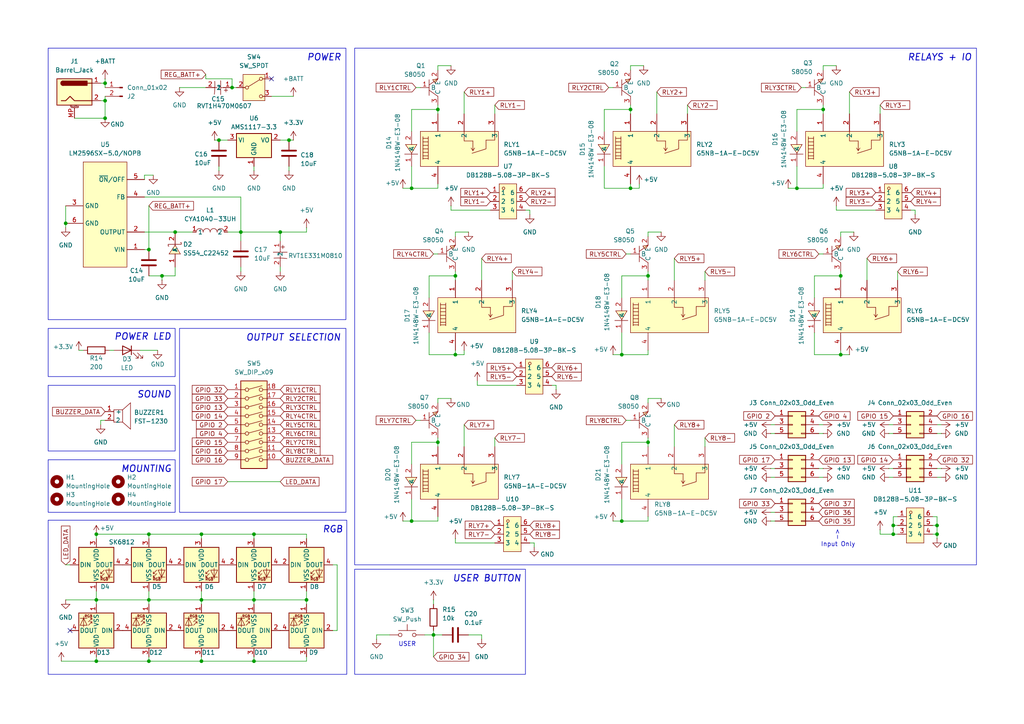
<source format=kicad_sch>
(kicad_sch (version 20250114) (generator "eeschema") (generator_version "9.0")
  (paper "A4")
  (title_block (title "Nif-T Power and IO") (date "2025-11-28") (company "Logan Peterson"))
  (rectangle (start 13.97 13.97) (end 100.33 92.71))
  (rectangle (start 13.97 150.876) (end 100.584 195.58))
  (rectangle (start 102.87 13.97) (end 283.21 163.83))
  (rectangle (start 52.07 95.25) (end 100.33 148.59))
  (rectangle (start 13.97 95.25) (end 50.8 109.22))
  (rectangle (start 13.97 111.76) (end 50.8 130.81))
  (rectangle (start 102.87 165.1) (end 152.4 195.58))
  (rectangle (start 13.97 133.35) (end 50.8 148.59))
  (text "POWER LED" (at 41.402 97.79 0) (effects (font (size 1.905 1.905) (thickness 0.254) (bold yes) (italic yes))))
  (text "OUTPUT SELECTION\n" (at 85.09 98.044 0) (effects (font (size 1.905 1.905) (thickness 0.254) (bold yes) (italic yes))))
  (text "SOUND\n" (at 44.704 114.554 0) (effects (font (size 1.905 1.905) (thickness 0.254) (bold yes) (italic yes))))
  (text "RELAYS + IO" (at 272.542 16.764 0) (effects (font (size 1.905 1.905) (thickness 0.254) (bold yes) (italic yes))))
  (text "USER" (at 118.11 186.944 0) (effects (font (size 1.27 1.27))))
  (text "RGB" (at 96.52 153.67 0) (effects (font (size 1.905 1.905) (thickness 0.254) (bold yes) (italic yes))))
  (text "USER BUTTON" (at 141.224 167.894 0) (effects (font (size 1.905 1.905) (thickness 0.254) (bold yes) (italic yes))))
  (text "MOUNTING" (at 42.418 136.144 0) (effects (font (size 1.905 1.905) (thickness 0.254) (bold yes) (italic yes))))
  (text "POWER\n" (at 93.98 16.764 0) (effects (font (size 1.905 1.905) (thickness 0.254) (bold yes) (italic yes))))
  (text "Input Only" (at 243.078 157.988 0) (effects (font (size 1.27 1.27))))
  (text "->" (at 242.824 155.194 90) (effects (font (size 1.27 1.27))))
  (junction (at 119.38 151.13))
  (junction (at 231.14 54.61))
  (junction (at 73.66 154.94))
  (junction (at 69.85 67.31))
  (junction (at 187.96 80.01))
  (junction (at 43.18 191.77))
  (junction (at 58.42 154.94))
  (junction (at 259.08 152.4))
  (junction (at 127 128.27))
  (junction (at 43.18 173.99))
  (junction (at 238.76 31.75))
  (junction (at 81.28 67.31))
  (junction (at 58.42 191.77))
  (junction (at 30.48 24.13))
  (junction (at 19.05 64.77))
  (junction (at 27.94 173.99))
  (junction (at 132.08 80.01))
  (junction (at 30.48 34.29))
  (junction (at 182.88 31.75))
  (junction (at 127 31.75))
  (junction (at 27.94 154.94))
  (junction (at 46.99 80.01))
  (junction (at 27.94 191.77))
  (junction (at 180.34 102.87))
  (junction (at 119.38 54.61))
  (junction (at 30.48 29.21))
  (junction (at 125.73 184.15))
  (junction (at 259.08 154.94))
  (junction (at 73.66 173.99))
  (junction (at 50.8 67.31))
  (junction (at 88.9 173.99))
  (junction (at 67.31 25.4))
  (junction (at 83.82 40.64))
  (junction (at 187.96 128.27))
  (junction (at 243.84 102.87))
  (junction (at 43.18 154.94))
  (junction (at 180.34 151.13))
  (junction (at 182.88 54.61))
  (junction (at 132.08 102.87))
  (junction (at 271.78 152.4))
  (junction (at 243.84 80.01))
  (junction (at 63.5 40.64))
  (junction (at 73.66 191.77))
  (junction (at 43.18 72.39))
  (junction (at 271.78 154.94))
  (junction (at 58.42 173.99))
  (no_connect (at 78.74 22.86))
  (no_connect (at 20.32 182.88))
  (wire (pts (xy 120.65 121.92) (xy 121.92 121.92)))
  (wire (pts (xy 67.31 22.86) (xy 67.31 25.4)))
  (wire (pts (xy 243.84 67.31) (xy 243.84 68.58)))
  (wire (pts (xy 88.9 67.31) (xy 88.9 66.04)))
  (wire (pts (xy 271.78 149.86) (xy 271.78 152.4)))
  (wire (pts (xy 243.84 102.87) (xy 243.84 101.6)))
  (wire (pts (xy 119.38 48.26) (xy 119.38 54.61)))
  (wire (pts (xy 257.81 135.89) (xy 259.08 135.89)))
  (wire (pts (xy 187.96 67.31) (xy 187.96 68.58)))
  (wire (pts (xy 66.04 139.7) (xy 81.28 139.7)))
  (wire (pts (xy 62.23 40.64) (xy 63.5 40.64)))
  (wire (pts (xy 273.05 138.43) (xy 271.78 138.43)))
  (wire (pts (xy 259.08 152.4) (xy 259.08 154.94)))
  (wire (pts (xy 154.94 158.75) (xy 154.94 157.48)))
  (wire (pts (xy 236.22 80.01) (xy 243.84 80.01)))
  (wire (pts (xy 238.76 31.75) (xy 238.76 33.02)))
  (wire (pts (xy 41.91 50.8) (xy 41.91 52.07)))
  (wire (pts (xy 30.48 27.94) (xy 30.48 29.21)))
  (wire (pts (xy 27.94 171.45) (xy 27.94 173.99)))
  (wire (pts (xy 273.05 125.73) (xy 271.78 125.73)))
  (wire (pts (xy 238.76 123.19) (xy 237.49 123.19)))
  (wire (pts (xy 119.38 31.75) (xy 127 31.75)))
  (wire (pts (xy 175.26 38.1) (xy 175.26 31.75)))
  (wire (pts (xy 185.42 53.34) (xy 185.42 54.61)))
  (wire (pts (xy 119.38 38.1) (xy 119.38 31.75)))
  (wire (pts (xy 29.21 121.92) (xy 30.48 121.92)))
  (wire (pts (xy 30.48 29.21) (xy 29.21 29.21)))
  (wire (pts (xy 271.78 156.21) (xy 271.78 154.94)))
  (wire (pts (xy 19.05 64.77) (xy 19.05 66.04)))
  (wire (pts (xy 125.73 190.5) (xy 125.73 184.15)))
  (wire (pts (xy 127 54.61) (xy 127 53.34)))
  (wire (pts (xy 69.85 67.31) (xy 69.85 69.85)))
  (wire (pts (xy 231.14 48.26) (xy 231.14 54.61)))
  (wire (pts (xy 46.99 80.01) (xy 50.8 80.01)))
  (wire (pts (xy 127 31.75) (xy 127 33.02)))
  (wire (pts (xy 175.26 31.75) (xy 182.88 31.75)))
  (wire (pts (xy 134.62 26.67) (xy 134.62 33.02)))
  (wire (pts (xy 143.51 127) (xy 143.51 129.54)))
  (wire (pts (xy 223.52 148.59) (xy 224.79 148.59)))
  (wire (pts (xy 182.88 19.05) (xy 186.69 19.05)))
  (wire (pts (xy 243.84 67.31) (xy 247.65 67.31)))
  (wire (pts (xy 58.42 173.99) (xy 58.42 175.26)))
  (wire (pts (xy 257.81 125.73) (xy 259.08 125.73)))
  (wire (pts (xy 81.28 67.31) (xy 81.28 69.85)))
  (wire (pts (xy 259.08 154.94) (xy 255.27 154.94)))
  (wire (pts (xy 73.66 173.99) (xy 88.9 173.99)))
  (wire (pts (xy 199.39 30.48) (xy 199.39 33.02)))
  (wire (pts (xy 30.48 24.13) (xy 30.48 25.4)))
  (wire (pts (xy 238.76 19.05) (xy 242.57 19.05)))
  (wire (pts (xy 58.42 191.77) (xy 73.66 191.77)))
  (wire (pts (xy 153.67 60.96) (xy 152.4 60.96)))
  (wire (pts (xy 161.29 111.76) (xy 160.02 111.76)))
  (wire (pts (xy 255.27 30.48) (xy 255.27 33.02)))
  (wire (pts (xy 67.31 25.4) (xy 68.58 25.4)))
  (wire (pts (xy 43.18 154.94) (xy 58.42 154.94)))
  (wire (pts (xy 238.76 19.05) (xy 238.76 20.32)))
  (wire (pts (xy 20.32 163.83) (xy 19.05 163.83)))
  (wire (pts (xy 185.42 54.61) (xy 182.88 54.61)))
  (wire (pts (xy 88.9 173.99) (xy 88.9 171.45)))
  (wire (pts (xy 132.08 67.31) (xy 132.08 68.58)))
  (wire (pts (xy 85.09 40.64) (xy 83.82 40.64)))
  (wire (pts (xy 58.42 154.94) (xy 58.42 156.21)))
  (wire (pts (xy 154.94 157.48) (xy 153.67 157.48)))
  (wire (pts (xy 138.43 111.76) (xy 138.43 110.49)))
  (wire (pts (xy 223.52 123.19) (xy 224.79 123.19)))
  (wire (pts (xy 88.9 154.94) (xy 88.9 156.21)))
  (wire (pts (xy 187.96 78.74) (xy 187.96 80.01)))
  (wire (pts (xy 223.52 151.13) (xy 224.79 151.13)))
  (wire (pts (xy 238.76 125.73) (xy 237.49 125.73)))
  (wire (pts (xy 176.53 25.4) (xy 177.8 25.4)))
  (wire (pts (xy 236.22 102.87) (xy 243.84 102.87)))
  (wire (pts (xy 259.08 152.4) (xy 260.35 152.4)))
  (wire (pts (xy 109.22 184.15) (xy 109.22 185.42)))
  (wire (pts (xy 43.18 59.69) (xy 43.18 72.39)))
  (wire (pts (xy 265.43 60.96) (xy 264.16 60.96)))
  (wire (pts (xy 232.41 25.4) (xy 233.68 25.4)))
  (wire (pts (xy 127 115.57) (xy 130.81 115.57)))
  (wire (pts (xy 81.28 67.31) (xy 88.9 67.31)))
  (wire (pts (xy 63.5 48.26) (xy 63.5 49.53)))
  (wire (pts (xy 238.76 135.89) (xy 237.49 135.89)))
  (wire (pts (xy 43.18 173.99) (xy 43.18 175.26)))
  (wire (pts (xy 175.26 54.61) (xy 182.88 54.61)))
  (wire (pts (xy 153.67 62.23) (xy 153.67 60.96)))
  (wire (pts (xy 81.28 40.64) (xy 83.82 40.64)))
  (wire (pts (xy 125.73 173.99) (xy 125.73 175.26)))
  (wire (pts (xy 45.72 101.6) (xy 40.64 101.6)))
  (wire (pts (xy 180.34 144.78) (xy 180.34 151.13)))
  (wire (pts (xy 130.81 60.96) (xy 130.81 59.69)))
  (wire (pts (xy 180.34 86.36) (xy 180.34 80.01)))
  (wire (pts (xy 119.38 134.62) (xy 119.38 128.27)))
  (wire (pts (xy 182.88 19.05) (xy 182.88 20.32)))
  (wire (pts (xy 41.91 50.8) (xy 44.45 50.8)))
  (wire (pts (xy 127 19.05) (xy 127 20.32)))
  (wire (pts (xy 43.18 191.77) (xy 27.94 191.77)))
  (wire (pts (xy 85.09 27.94) (xy 78.74 27.94)))
  (wire (pts (xy 273.05 135.89) (xy 271.78 135.89)))
  (wire (pts (xy 96.52 163.83) (xy 97.79 163.83)))
  (wire (pts (xy 236.22 86.36) (xy 236.22 80.01)))
  (wire (pts (xy 31.75 101.6) (xy 33.02 101.6)))
  (wire (pts (xy 231.14 38.1) (xy 231.14 31.75)))
  (wire (pts (xy 27.94 173.99) (xy 27.94 175.26)))
  (wire (pts (xy 242.57 60.96) (xy 242.57 59.69)))
  (wire (pts (xy 237.49 73.66) (xy 238.76 73.66)))
  (wire (pts (xy 182.88 54.61) (xy 182.88 53.34)))
  (wire (pts (xy 128.27 184.15) (xy 125.73 184.15)))
  (wire (pts (xy 177.8 102.87) (xy 180.34 102.87)))
  (wire (pts (xy 52.07 25.4) (xy 59.69 25.4)))
  (wire (pts (xy 127 128.27) (xy 127 129.54)))
  (wire (pts (xy 187.96 115.57) (xy 187.96 116.84)))
  (wire (pts (xy 50.8 77.47) (xy 50.8 80.01)))
  (wire (pts (xy 73.66 171.45) (xy 73.66 173.99)))
  (wire (pts (xy 81.28 78.74) (xy 81.28 77.47)))
  (wire (pts (xy 177.8 151.13) (xy 180.34 151.13)))
  (wire (pts (xy 127 19.05) (xy 130.81 19.05)))
  (wire (pts (xy 43.18 171.45) (xy 43.18 173.99)))
  (wire (pts (xy 59.69 22.86) (xy 67.31 22.86)))
  (wire (pts (xy 187.96 127) (xy 187.96 128.27)))
  (wire (pts (xy 236.22 96.52) (xy 236.22 102.87)))
  (wire (pts (xy 243.84 78.74) (xy 243.84 80.01)))
  (wire (pts (xy 139.7 184.15) (xy 135.89 184.15)))
  (wire (pts (xy 181.61 73.66) (xy 182.88 73.66)))
  (wire (pts (xy 195.58 123.19) (xy 195.58 129.54)))
  (wire (pts (xy 73.66 49.53) (xy 73.66 48.26)))
  (wire (pts (xy 17.78 191.77) (xy 27.94 191.77)))
  (wire (pts (xy 187.96 67.31) (xy 191.77 67.31)))
  (wire (pts (xy 123.19 184.15) (xy 125.73 184.15)))
  (wire (pts (xy 43.18 173.99) (xy 58.42 173.99)))
  (wire (pts (xy 69.85 78.74) (xy 69.85 77.47)))
  (wire (pts (xy 127 30.48) (xy 127 31.75)))
  (wire (pts (xy 119.38 151.13) (xy 127 151.13)))
  (wire (pts (xy 134.62 123.19) (xy 134.62 129.54)))
  (wire (pts (xy 204.47 127) (xy 204.47 129.54)))
  (wire (pts (xy 124.46 96.52) (xy 124.46 102.87)))
  (wire (pts (xy 27.94 173.99) (xy 43.18 173.99)))
  (wire (pts (xy 109.22 184.15) (xy 113.03 184.15)))
  (wire (pts (xy 260.35 149.86) (xy 259.08 149.86)))
  (wire (pts (xy 187.96 128.27) (xy 187.96 129.54)))
  (wire (pts (xy 265.43 62.23) (xy 265.43 60.96)))
  (wire (pts (xy 83.82 49.53) (xy 83.82 48.26)))
  (wire (pts (xy 73.66 173.99) (xy 73.66 175.26)))
  (wire (pts (xy 223.52 125.73) (xy 224.79 125.73)))
  (wire (pts (xy 231.14 31.75) (xy 238.76 31.75)))
  (wire (pts (xy 260.35 78.74) (xy 260.35 81.28)))
  (wire (pts (xy 41.91 72.39) (xy 43.18 72.39)))
  (wire (pts (xy 238.76 138.43) (xy 237.49 138.43)))
  (wire (pts (xy 88.9 191.77) (xy 88.9 190.5)))
  (wire (pts (xy 243.84 102.87) (xy 246.38 102.87)))
  (wire (pts (xy 43.18 191.77) (xy 58.42 191.77)))
  (wire (pts (xy 119.38 128.27) (xy 127 128.27)))
  (wire (pts (xy 254 60.96) (xy 242.57 60.96)))
  (wire (pts (xy 124.46 86.36) (xy 124.46 80.01)))
  (wire (pts (xy 58.42 191.77) (xy 58.42 190.5)))
  (wire (pts (xy 29.21 24.13) (xy 30.48 24.13)))
  (wire (pts (xy 124.46 80.01) (xy 132.08 80.01)))
  (wire (pts (xy 181.61 121.92) (xy 182.88 121.92)))
  (wire (pts (xy 223.52 135.89) (xy 224.79 135.89)))
  (wire (pts (xy 255.27 154.94) (xy 255.27 153.67)))
  (wire (pts (xy 30.48 24.13) (xy 30.48 22.86)))
  (wire (pts (xy 180.34 134.62) (xy 180.34 128.27)))
  (wire (pts (xy 69.85 57.15) (xy 69.85 67.31)))
  (wire (pts (xy 190.5 26.67) (xy 190.5 33.02)))
  (wire (pts (xy 270.51 152.4) (xy 271.78 152.4)))
  (wire (pts (xy 259.08 149.86) (xy 259.08 152.4)))
  (wire (pts (xy 19.05 59.69) (xy 19.05 64.77)))
  (wire (pts (xy 180.34 96.52) (xy 180.34 102.87)))
  (wire (pts (xy 132.08 80.01) (xy 132.08 81.28)))
  (wire (pts (xy 73.66 191.77) (xy 88.9 191.77)))
  (wire (pts (xy 58.42 154.94) (xy 73.66 154.94)))
  (wire (pts (xy 132.08 102.87) (xy 132.08 101.6)))
  (wire (pts (xy 238.76 54.61) (xy 238.76 53.34)))
  (wire (pts (xy 27.94 191.77) (xy 27.94 190.5)))
  (wire (pts (xy 134.62 102.87) (xy 134.62 101.6)))
  (wire (pts (xy 223.52 138.43) (xy 224.79 138.43)))
  (wire (pts (xy 41.91 57.15) (xy 69.85 57.15)))
  (wire (pts (xy 58.42 171.45) (xy 58.42 173.99)))
  (wire (pts (xy 273.05 123.19) (xy 271.78 123.19)))
  (wire (pts (xy 127 127) (xy 127 128.27)))
  (wire (pts (xy 119.38 54.61) (xy 127 54.61)))
  (wire (pts (xy 125.73 73.66) (xy 127 73.66)))
  (wire (pts (xy 251.46 74.93) (xy 251.46 81.28)))
  (wire (pts (xy 30.48 29.21) (xy 30.48 34.29)))
  (wire (pts (xy 243.84 80.01) (xy 243.84 81.28)))
  (wire (pts (xy 46.99 81.28) (xy 46.99 80.01)))
  (wire (pts (xy 182.88 30.48) (xy 182.88 31.75)))
  (wire (pts (xy 257.81 123.19) (xy 259.08 123.19)))
  (wire (pts (xy 175.26 48.26) (xy 175.26 54.61)))
  (wire (pts (xy 127 115.57) (xy 127 116.84)))
  (wire (pts (xy 27.94 156.21) (xy 27.94 154.94)))
  (wire (pts (xy 143.51 157.48) (xy 132.08 157.48)))
  (wire (pts (xy 124.46 102.87) (xy 132.08 102.87)))
  (wire (pts (xy 21.59 34.29) (xy 30.48 34.29)))
  (wire (pts (xy 187.96 151.13) (xy 187.96 149.86)))
  (wire (pts (xy 24.13 101.6) (xy 22.86 101.6)))
  (wire (pts (xy 139.7 74.93) (xy 139.7 81.28)))
  (wire (pts (xy 43.18 154.94) (xy 43.18 156.21)))
  (wire (pts (xy 231.14 54.61) (xy 238.76 54.61)))
  (wire (pts (xy 43.18 190.5) (xy 43.18 191.77)))
  (wire (pts (xy 69.85 67.31) (xy 81.28 67.31)))
  (wire (pts (xy 271.78 149.86) (xy 270.51 149.86)))
  (wire (pts (xy 125.73 182.88) (xy 125.73 184.15)))
  (wire (pts (xy 204.47 78.74) (xy 204.47 81.28)))
  (wire (pts (xy 195.58 74.93) (xy 195.58 81.28)))
  (wire (pts (xy 238.76 30.48) (xy 238.76 31.75)))
  (wire (pts (xy 59.69 21.59) (xy 59.69 22.86)))
  (wire (pts (xy 97.79 163.83) (xy 97.79 182.88)))
  (wire (pts (xy 73.66 154.94) (xy 73.66 156.21)))
  (wire (pts (xy 161.29 113.03) (xy 161.29 111.76)))
  (wire (pts (xy 66.04 67.31) (xy 69.85 67.31)))
  (wire (pts (xy 271.78 154.94) (xy 270.51 154.94)))
  (wire (pts (xy 187.96 80.01) (xy 187.96 81.28)))
  (wire (pts (xy 132.08 78.74) (xy 132.08 80.01)))
  (wire (pts (xy 143.51 30.48) (xy 143.51 33.02)))
  (wire (pts (xy 127 151.13) (xy 127 149.86)))
  (wire (pts (xy 58.42 173.99) (xy 73.66 173.99)))
  (wire (pts (xy 41.91 67.31) (xy 50.8 67.31)))
  (wire (pts (xy 139.7 185.42) (xy 139.7 184.15)))
  (wire (pts (xy 187.96 115.57) (xy 191.77 115.57)))
  (wire (pts (xy 260.35 154.94) (xy 259.08 154.94)))
  (wire (pts (xy 50.8 67.31) (xy 55.88 67.31)))
  (wire (pts (xy 142.24 60.96) (xy 130.81 60.96)))
  (wire (pts (xy 27.94 154.94) (xy 43.18 154.94)))
  (wire (pts (xy 180.34 151.13) (xy 187.96 151.13)))
  (wire (pts (xy 228.6 54.61) (xy 231.14 54.61)))
  (wire (pts (xy 63.5 40.64) (xy 66.04 40.64)))
  (wire (pts (xy 120.65 25.4) (xy 121.92 25.4)))
  (wire (pts (xy 132.08 67.31) (xy 135.89 67.31)))
  (wire (pts (xy 180.34 80.01) (xy 187.96 80.01)))
  (wire (pts (xy 182.88 31.75) (xy 182.88 33.02)))
  (wire (pts (xy 73.66 154.94) (xy 88.9 154.94)))
  (wire (pts (xy 73.66 191.77) (xy 73.66 190.5)))
  (wire (pts (xy 43.18 80.01) (xy 46.99 80.01)))
  (wire (pts (xy 132.08 157.48) (xy 132.08 156.21)))
  (wire (pts (xy 132.08 102.87) (xy 134.62 102.87)))
  (wire (pts (xy 180.34 102.87) (xy 187.96 102.87)))
  (wire (pts (xy 180.34 128.27) (xy 187.96 128.27)))
  (wire (pts (xy 187.96 102.87) (xy 187.96 101.6)))
  (wire (pts (xy 119.38 144.78) (xy 119.38 151.13)))
  (wire (pts (xy 246.38 26.67) (xy 246.38 33.02)))
  (wire (pts (xy 149.86 111.76) (xy 138.43 111.76)))
  (wire (pts (xy 96.52 182.88) (xy 97.79 182.88)))
  (wire (pts (xy 88.9 173.99) (xy 88.9 175.26)))
  (wire (pts (xy 257.81 138.43) (xy 259.08 138.43)))
  (wire (pts (xy 29.21 123.19) (xy 29.21 121.92)))
  (wire (pts (xy 19.05 173.99) (xy 27.94 173.99)))
  (wire (pts (xy 116.84 151.13) (xy 119.38 151.13)))
  (wire (pts (xy 271.78 152.4) (xy 271.78 154.94)))
  (wire (pts (xy 116.84 54.61) (xy 119.38 54.61)))
  (wire (pts (xy 148.59 78.74) (xy 148.59 81.28)))
  (global_label "RLY7+" (shape input) (at 143.51 152.4 180) (property "Intersheetrefs" "${INTERSHEET_REFS}" (effects (hide yes))))
  (global_label "RLY2+" (shape input) (at 190.5 26.67 0) (property "Intersheetrefs" "${INTERSHEET_REFS}" (effects (hide yes))))
  (global_label "RLY8-" (shape input) (at 153.67 154.94 0) (property "Intersheetrefs" "${INTERSHEET_REFS}" (effects (hide yes))))
  (global_label "GPIO 37" (shape input) (at 237.49 146.05 0) (property "Intersheetrefs" "${INTERSHEET_REFS}" (effects (hide yes))))
  (global_label "GPIO 15" (shape input) (at 66.04 128.27 180) (property "Intersheetrefs" "${INTERSHEET_REFS}" (effects (hide yes))))
  (global_label "GPIO 33" (shape input) (at 224.79 146.05 180) (property "Intersheetrefs" "${INTERSHEET_REFS}" (effects (hide yes))))
  (global_label "GPIO 14" (shape input) (at 259.08 133.35 180) (property "Intersheetrefs" "${INTERSHEET_REFS}" (effects (hide yes))))
  (global_label "RLY5-" (shape input) (at 204.47 78.74 0) (property "Intersheetrefs" "${INTERSHEET_REFS}" (effects (hide yes))))
  (global_label "GPIO 2" (shape input) (at 66.04 123.19 180) (property "Intersheetrefs" "${INTERSHEET_REFS}" (effects (hide yes))))
  (global_label "GPIO 15" (shape input) (at 259.08 120.65 180) (property "Intersheetrefs" "${INTERSHEET_REFS}" (effects (hide yes))))
  (global_label "GPIO 35" (shape input) (at 237.49 151.13 0) (property "Intersheetrefs" "${INTERSHEET_REFS}" (effects (hide yes))))
  (global_label "RLY2CTRL" (shape input) (at 176.53 25.4 180) (property "Intersheetrefs" "${INTERSHEET_REFS}" (effects (hide yes))))
  (global_label "LED_DATA" (shape input) (at 81.28 139.7 0) (property "Intersheetrefs" "${INTERSHEET_REFS}" (effects (hide yes))))
  (global_label "RLY1+" (shape input) (at 134.62 26.67 0) (property "Intersheetrefs" "${INTERSHEET_REFS}" (effects (hide yes))))
  (global_label "RLY2-" (shape input) (at 152.4 58.42 0) (property "Intersheetrefs" "${INTERSHEET_REFS}" (effects (hide yes))))
  (global_label "RLY6CTRL" (shape input) (at 237.49 73.66 180) (property "Intersheetrefs" "${INTERSHEET_REFS}" (effects (hide yes))))
  (global_label "RLY7-" (shape input) (at 143.51 127 0) (property "Intersheetrefs" "${INTERSHEET_REFS}" (effects (hide yes))))
  (global_label "RLY6-" (shape input) (at 160.02 109.22 0) (property "Intersheetrefs" "${INTERSHEET_REFS}" (effects (hide yes))))
  (global_label "RLY5+" (shape input) (at 149.86 106.68 180) (property "Intersheetrefs" "${INTERSHEET_REFS}" (effects (hide yes))))
  (global_label "RLY6+" (shape input) (at 251.46 74.93 0) (property "Intersheetrefs" "${INTERSHEET_REFS}" (effects (hide yes))))
  (global_label "GPIO 33" (shape input) (at 66.04 115.57 180) (property "Intersheetrefs" "${INTERSHEET_REFS}" (effects (hide yes))))
  (global_label "RLY7-" (shape input) (at 143.51 154.94 180) (property "Intersheetrefs" "${INTERSHEET_REFS}" (effects (hide yes))))
  (global_label "RLY7CTRL" (shape input) (at 81.28 128.27 0) (property "Intersheetrefs" "${INTERSHEET_REFS}" (effects (hide yes))))
  (global_label "GPIO 36" (shape input) (at 237.49 148.59 0) (property "Intersheetrefs" "${INTERSHEET_REFS}" (effects (hide yes))))
  (global_label "RLY5+" (shape input) (at 195.58 74.93 0) (property "Intersheetrefs" "${INTERSHEET_REFS}" (effects (hide yes))))
  (global_label "RLY2+" (shape input) (at 152.4 55.88 0) (property "Intersheetrefs" "${INTERSHEET_REFS}" (effects (hide yes))))
  (global_label "GPIO 32" (shape input) (at 271.78 133.35 0) (property "Intersheetrefs" "${INTERSHEET_REFS}" (effects (hide yes))))
  (global_label "GPIO 34" (shape input) (at 125.73 190.5 0) (property "Intersheetrefs" "${INTERSHEET_REFS}" (effects (hide yes))))
  (global_label "RLY1+" (shape input) (at 142.24 55.88 180) (property "Intersheetrefs" "${INTERSHEET_REFS}" (effects (hide yes))))
  (global_label "GPIO 16" (shape input) (at 66.04 130.81 180) (property "Intersheetrefs" "${INTERSHEET_REFS}" (effects (hide yes))))
  (global_label "GPIO 17" (shape input) (at 224.79 133.35 180) (property "Intersheetrefs" "${INTERSHEET_REFS}" (effects (hide yes))))
  (global_label "RLY7CTRL" (shape input) (at 120.65 121.92 180) (property "Intersheetrefs" "${INTERSHEET_REFS}" (effects (hide yes))))
  (global_label "RLY6-" (shape input) (at 260.35 78.74 0) (property "Intersheetrefs" "${INTERSHEET_REFS}" (effects (hide yes))))
  (global_label "RLY2CTRL" (shape input) (at 81.28 115.57 0) (property "Intersheetrefs" "${INTERSHEET_REFS}" (effects (hide yes))))
  (global_label "RLY3CTRL" (shape input) (at 232.41 25.4 180) (property "Intersheetrefs" "${INTERSHEET_REFS}" (effects (hide yes))))
  (global_label "RLY6CTRL" (shape input) (at 81.28 125.73 0) (property "Intersheetrefs" "${INTERSHEET_REFS}" (effects (hide yes))))
  (global_label "LED_DATA" (shape input) (at 19.05 163.83 90) (property "Intersheetrefs" "${INTERSHEET_REFS}" (effects (hide yes))))
  (global_label "RLY3+" (shape input) (at 246.38 26.67 0) (property "Intersheetrefs" "${INTERSHEET_REFS}" (effects (hide yes))))
  (global_label "RLY3-" (shape input) (at 255.27 30.48 0) (property "Intersheetrefs" "${INTERSHEET_REFS}" (effects (hide yes))))
  (global_label "GPIO 16" (shape input) (at 66.04 133.35 180) (property "Intersheetrefs" "${INTERSHEET_REFS}" (effects (hide yes))))
  (global_label "RLY7+" (shape input) (at 134.62 123.19 0) (property "Intersheetrefs" "${INTERSHEET_REFS}" (effects (hide yes))))
  (global_label "GPIO 13" (shape input) (at 237.49 133.35 0) (property "Intersheetrefs" "${INTERSHEET_REFS}" (effects (hide yes))))
  (global_label "GPIO 32" (shape input) (at 66.04 113.03 180) (property "Intersheetrefs" "${INTERSHEET_REFS}" (effects (hide yes))))
  (global_label "BUZZER_DATA" (shape input) (at 30.48 119.38 180) (property "Intersheetrefs" "${INTERSHEET_REFS}" (effects (hide yes))))
  (global_label "GPIO 16" (shape input) (at 271.78 120.65 0) (property "Intersheetrefs" "${INTERSHEET_REFS}" (effects (hide yes))))
  (global_label "RLY4CTRL" (shape input) (at 81.28 120.65 0) (property "Intersheetrefs" "${INTERSHEET_REFS}" (effects (hide yes))))
  (global_label "RLY4CTRL" (shape input) (at 125.73 73.66 180) (property "Intersheetrefs" "${INTERSHEET_REFS}" (effects (hide yes))))
  (global_label "RLY1CTRL" (shape input) (at 120.65 25.4 180) (property "Intersheetrefs" "${INTERSHEET_REFS}" (effects (hide yes))))
  (global_label "RLY1-" (shape input) (at 143.51 30.48 0) (property "Intersheetrefs" "${INTERSHEET_REFS}" (effects (hide yes))))
  (global_label "RLY3CTRL" (shape input) (at 81.28 118.11 0) (property "Intersheetrefs" "${INTERSHEET_REFS}" (effects (hide yes))))
  (global_label "GPIO 13" (shape input) (at 66.04 118.11 180) (property "Intersheetrefs" "${INTERSHEET_REFS}" (effects (hide yes))))
  (global_label "RLY5CTRL" (shape input) (at 181.61 73.66 180) (property "Intersheetrefs" "${INTERSHEET_REFS}" (effects (hide yes))))
  (global_label "RLY8+" (shape input) (at 195.58 123.19 0) (property "Intersheetrefs" "${INTERSHEET_REFS}" (effects (hide yes))))
  (global_label "GPIO 17" (shape input) (at 66.04 139.7 180) (property "Intersheetrefs" "${INTERSHEET_REFS}" (effects (hide yes))))
  (global_label "RLY3+" (shape input) (at 254 55.88 180) (property "Intersheetrefs" "${INTERSHEET_REFS}" (effects (hide yes))))
  (global_label "GPIO 2" (shape input) (at 224.79 120.65 180) (property "Intersheetrefs" "${INTERSHEET_REFS}" (effects (hide yes))))
  (global_label "RLY4+" (shape input) (at 139.7 74.93 0) (property "Intersheetrefs" "${INTERSHEET_REFS}" (effects (hide yes))))
  (global_label "RLY4-" (shape input) (at 148.59 78.74 0) (property "Intersheetrefs" "${INTERSHEET_REFS}" (effects (hide yes))))
  (global_label "RLY4-" (shape input) (at 264.16 58.42 0) (property "Intersheetrefs" "${INTERSHEET_REFS}" (effects (hide yes))))
  (global_label "RLY6+" (shape input) (at 160.02 106.68 0) (property "Intersheetrefs" "${INTERSHEET_REFS}" (effects (hide yes))))
  (global_label "RLY1-" (shape input) (at 142.24 58.42 180) (property "Intersheetrefs" "${INTERSHEET_REFS}" (effects (hide yes))))
  (global_label "RLY3-" (shape input) (at 254 58.42 180) (property "Intersheetrefs" "${INTERSHEET_REFS}" (effects (hide yes))))
  (global_label "REG_BATT+" (shape input) (at 43.18 59.69 0) (property "Intersheetrefs" "${INTERSHEET_REFS}" (effects (hide yes))))
  (global_label "RLY1CTRL" (shape input) (at 81.28 113.03 0) (property "Intersheetrefs" "${INTERSHEET_REFS}" (effects (hide yes))))
  (global_label "REG_BATT+" (shape input) (at 59.69 21.59 180) (property "Intersheetrefs" "${INTERSHEET_REFS}" (effects (hide yes))))
  (global_label "GPIO 4" (shape input) (at 66.04 125.73 180) (property "Intersheetrefs" "${INTERSHEET_REFS}" (effects (hide yes))))
  (global_label "RLY8CTRL" (shape input) (at 181.61 121.92 180) (property "Intersheetrefs" "${INTERSHEET_REFS}" (effects (hide yes))))
  (global_label "GPIO 4" (shape input) (at 237.49 120.65 0) (property "Intersheetrefs" "${INTERSHEET_REFS}" (effects (hide yes))))
  (global_label "RLY8+" (shape input) (at 153.67 152.4 0) (property "Intersheetrefs" "${INTERSHEET_REFS}" (effects (hide yes))))
  (global_label "GPIO 14" (shape input) (at 66.04 120.65 180) (property "Intersheetrefs" "${INTERSHEET_REFS}" (effects (hide yes))))
  (global_label "RLY5-" (shape input) (at 149.86 109.22 180) (property "Intersheetrefs" "${INTERSHEET_REFS}" (effects (hide yes))))
  (global_label "RLY5CTRL" (shape input) (at 81.28 123.19 0) (property "Intersheetrefs" "${INTERSHEET_REFS}" (effects (hide yes))))
  (global_label "RLY8CTRL" (shape input) (at 81.28 130.81 0) (property "Intersheetrefs" "${INTERSHEET_REFS}" (effects (hide yes))))
  (global_label "RLY2-" (shape input) (at 199.39 30.48 0) (property "Intersheetrefs" "${INTERSHEET_REFS}" (effects (hide yes))))
  (global_label "RLY4+" (shape input) (at 264.16 55.88 0) (property "Intersheetrefs" "${INTERSHEET_REFS}" (effects (hide yes))))
  (global_label "BUZZER_DATA" (shape input) (at 81.28 133.35 0) (property "Intersheetrefs" "${INTERSHEET_REFS}" (effects (hide yes))))
  (global_label "RLY8-" (shape input) (at 204.47 127 0) (property "Intersheetrefs" "${INTERSHEET_REFS}" (effects (hide yes))))
  (symbol (lib_id "power:+5V") (at 185.42 53.34 0) (unit 1)
    (property "Reference" "#PWR049" (effects (hide yes)))
    (property "Value" "+5V" (at 188.722 52.07 0))
    (property "Description" "Power symbol creates a global label with name \"+5V\"" (effects (hide yes)))
  )
  (symbol (lib_id "power:GND") (at 273.05 138.43 90) (unit 1)
    (property "Reference" "#PWR088" (effects (hide yes)))
    (property "Value" "GND" (at 276.86 138.4299 90) (effects (justify right)))
    (property "Description" "Power symbol creates a global label with name \"GND\" , ground" (effects (hide yes)))
  )
  (symbol (lib_id "power:GND") (at 46.99 81.28 0) (unit 1)
    (property "Reference" "#PWR032" (effects (hide yes)))
    (property "Value" "GND" (at 46.99 86.36 0))
    (property "Description" "Power symbol creates a global label with name \"GND\" , ground" (effects (hide yes)))
  )
  (symbol (lib_id "power:GND") (at 139.7 185.42 0) (unit 1)
    (property "Reference" "#PWR092" (effects (hide yes)))
    (property "Value" "GND" (at 139.7 190.5 0))
    (property "Description" "Power symbol creates a global label with name \"GND\" , ground" (effects (hide yes)))
  )
  (symbol (lib_id "power:GND") (at 63.5 49.53 0) (unit 1)
    (property "Reference" "#PWR034" (effects (hide yes)))
    (property "Value" "GND" (at 63.5 54.61 0))
    (property "Description" "Power symbol creates a global label with name \"GND\" , ground" (effects (hide yes)))
  )
  (symbol (lib_id "power:GND") (at 238.76 125.73 90) (unit 1)
    (property "Reference" "#PWR075" (effects (hide yes)))
    (property "Value" "GND" (at 242.57 125.7299 90) (effects (justify right)))
    (property "Description" "Power symbol creates a global label with name \"GND\" , ground" (effects (hide yes)))
  )
  (symbol (lib_id "power:GND") (at 223.52 125.73 270) (unit 1)
    (property "Reference" "#PWR076" (effects (hide yes)))
    (property "Value" "GND" (at 219.71 125.7299 90) (effects (justify right)))
    (property "Description" "Power symbol creates a global label with name \"GND\" , ground" (effects (hide yes)))
  )
  (symbol (lib_id "new_imported_components:1N4148W-E3-08") (at 175.26 43.18 270) (mirror x) (unit 1)
    (property "Reference" "D15" (at 168.91 43.305 0))
    (property "Value" "1N4148W-E3-08" (at 171.45 43.305 0))
    (property "Footprint" "new_imported_components:SOD-123_L2.8-W1.8-LS3.7-RD" (effects (hide yes)))
    (property "Datasheet" "https://lcsc.com/product-detail/Others_Vishay-Intertech_1N4148W-E3-08_Vishay-Intertech-1N4148W-E3-08_C241939.html" (effects (hide yes)))
    (property "LCSC Part" "C241939" (effects (hide yes)))
  )
  (symbol (lib_id "power:+5V") (at 138.43 110.49 0) (unit 1)
    (property "Reference" "#PWR069" (effects (hide yes)))
    (property "Value" "+5V" (at 138.43 105.41 0))
    (property "Description" "Power symbol creates a global label with name \"+5V\"" (effects (hide yes)))
  )
  (symbol (lib_id "power:GND") (at 29.21 123.19 0) (unit 1)
    (property "Reference" "#PWR022" (effects (hide yes)))
    (property "Value" "GND" (at 29.21 128.27 0))
    (property "Description" "Power symbol creates a global label with name \"GND\" , ground" (effects (hide yes)))
  )
  (symbol (lib_id "power:GND") (at 73.66 49.53 0) (unit 1)
    (property "Reference" "#PWR038" (effects (hide yes)))
    (property "Value" "GND" (at 73.66 54.61 0))
    (property "Description" "Power symbol creates a global label with name \"GND\" , ground" (effects (hide yes)))
  )
  (symbol (lib_id "Device:C") (at 132.08 184.15 90) (unit 1)
    (property "Reference" "C20" (at 134.62 178.054 90) (effects (justify right)))
    (property "Value" "0.1uF" (at 134.62 180.594 90) (effects (justify right)))
    (property "Footprint" "imported_components:C0805" (effects (hide yes)))
    (property "Description" "Unpolarized capacitor" (effects (hide yes)))
  )
  (symbol (lib_id "Device:C") (at 63.5 44.45 0) (unit 1)
    (property "Reference" "C16" (at 56.388 44.704 0) (effects (justify left)))
    (property "Value" "10uF" (at 56.388 47.244 0) (effects (justify left)))
    (property "Footprint" "imported_components:C0805" (effects (hide yes)))
    (property "Description" "Unpolarized capacitor" (effects (hide yes)))
  )
  (symbol (lib_id "new_imported_components:S8050") (at 132.08 73.66 0) (mirror x) (unit 1)
    (property "Reference" "Q4" (at 128.778 67.056 0) (effects (justify right)))
    (property "Value" "S8050" (at 128.778 69.596 0) (effects (justify right)))
    (property "Footprint" "new_imported_components:SOT-23-3_L2.9-W1.3-P1.90-LS2.4-BR" (effects (hide yes)))
    (property "Datasheet" "https://lcsc.com/product-detail/Transistors-NPN-PNP_JSMSEMI-S8050_C916390.html" (effects (hide yes)))
    (property "LCSC Part" "C916390" (effects (hide yes)))
  )
  (symbol (lib_id "power:GND") (at 130.81 19.05 0) (unit 1)
    (property "Reference" "#PWR048" (effects (hide yes)))
    (property "Value" "GND" (at 130.81 24.13 0))
    (property "Description" "Power symbol creates a global label with name \"GND\" , ground" (effects (hide yes)))
  )
  (symbol (lib_id "new_imported_components:G5NB-1A-E-DC5V") (at 133.35 139.7 0) (unit 1)
    (property "Reference" "RLY7" (at 146.05 138.4299 0) (effects (justify left)))
    (property "Value" "G5NB-1A-E-DC5V" (at 146.05 140.9699 0) (effects (justify left)))
    (property "Footprint" "new_imported_components:RELAY-TH_G5NB-1A-E-DCXX" (effects (hide yes)))
    (property "Datasheet" "https://lcsc.com/product-detail/Relays_OMRON_G5NB-1A-E-DC5V_G5NB-1A-E-DC5V_C48746.html" (effects (hide yes)))
    (property "LCSC Part" "C48746" (effects (hide yes)))
  )
  (symbol (lib_id "power:GND") (at 52.07 25.4 0) (unit 1)
    (property "Reference" "#PWR033" (effects (hide yes)))
    (property "Value" "GND" (at 52.07 30.48 0))
    (property "Description" "Power symbol creates a global label with name \"GND\" , ground" (effects (hide yes)))
  )
  (symbol (lib_id "LED:SK6812") (at 27.94 163.83 0) (unit 1)
    (property "Reference" "D4" (at 30.48 170.18 0))
    (property "Value" "SK6812" (at 35.306 157.226 0))
    (property "Footprint" "LED_SMD:LED_SK6812_PLCC4_5.0x5.0mm_P3.2mm" (effects (hide yes)))
    (property "Datasheet" "https://cdn-shop.adafruit.com/product-files/1138/SK6812+LED+datasheet+.pdf" (effects (hide yes)))
    (property "Description" "RGB LED with integrated controller" (effects (hide yes)))
  )
  (symbol (lib_id "Device:R") (at 125.73 179.07 0) (unit 1)
    (property "Reference" "R15" (at 128.27 176.7839 0) (effects (justify left)))
    (property "Value" "10k" (at 128.27 179.3239 0) (effects (justify left)))
    (property "Footprint" "imported_components:R0805" (effects (hide yes)))
    (property "Description" "Resistor" (effects (hide yes)))
  )
  (symbol (lib_id "power:GND") (at 257.81 125.73 270) (unit 1)
    (property "Reference" "#PWR082" (effects (hide yes)))
    (property "Value" "GND" (at 254 125.7299 90) (effects (justify right)))
    (property "Description" "Power symbol creates a global label with name \"GND\" , ground" (effects (hide yes)))
  )
  (symbol (lib_id "power:+5V") (at 223.52 123.19 90) (unit 1)
    (property "Reference" "#PWR063" (effects (hide yes)))
    (property "Value" "+5V" (at 219.71 123.1899 90) (effects (justify left)))
    (property "Description" "Power symbol creates a global label with name \"+5V\"" (effects (hide yes)))
  )
  (symbol (lib_id "power:+3.3V") (at 85.09 40.64 0) (unit 1)
    (property "Reference" "#PWR043" (effects (hide yes)))
    (property "Value" "+3.3V" (at 85.09 35.56 0))
    (property "Description" "Power symbol creates a global label with name \"+3.3V\"" (effects (hide yes)))
  )
  (symbol (lib_id "new_imported_components:S8050") (at 238.76 25.4 0) (mirror x) (unit 1)
    (property "Reference" "Q3" (at 235.712 18.288 0) (effects (justify right)))
    (property "Value" "S8050" (at 235.712 20.828 0) (effects (justify right)))
    (property "Footprint" "new_imported_components:SOT-23-3_L2.9-W1.3-P1.90-LS2.4-BR" (effects (hide yes)))
    (property "Datasheet" "https://lcsc.com/product-detail/Transistors-NPN-PNP_JSMSEMI-S8050_C916390.html" (effects (hide yes)))
    (property "LCSC Part" "C916390" (effects (hide yes)))
  )
  (symbol (lib_id "new_imported_components:S8050") (at 127 25.4 0) (mirror x) (unit 1)
    (property "Reference" "Q1" (at 123.444 19.05 0) (effects (justify right)))
    (property "Value" "S8050" (at 123.444 21.59 0) (effects (justify right)))
    (property "Footprint" "new_imported_components:SOT-23-3_L2.9-W1.3-P1.90-LS2.4-BR" (effects (hide yes)))
    (property "Datasheet" "https://lcsc.com/product-detail/Transistors-NPN-PNP_JSMSEMI-S8050_C916390.html" (effects (hide yes)))
    (property "LCSC Part" "C916390" (effects (hide yes)))
  )
  (symbol (lib_id "power:+5V") (at 223.52 135.89 90) (unit 1)
    (property "Reference" "#PWR077" (effects (hide yes)))
    (property "Value" "+5V" (at 219.71 135.8899 90) (effects (justify left)))
    (property "Description" "Power symbol creates a global label with name \"+5V\"" (effects (hide yes)))
  )
  (symbol (lib_id "power:GND") (at 30.48 34.29 0) (unit 1)
    (property "Reference" "#PWR030" (effects (hide yes)))
    (property "Value" "GND" (at 34.036 36.068 0))
    (property "Description" "Power symbol creates a global label with name \"GND\" , ground" (effects (hide yes)))
  )
  (symbol (lib_id "power:GND") (at 109.22 185.42 0) (unit 1)
    (property "Reference" "#PWR091" (effects (hide yes)))
    (property "Value" "GND" (at 109.22 190.5 0))
    (property "Description" "Power symbol creates a global label with name \"GND\" , ground" (effects (hide yes)))
  )
  (symbol (lib_id "Connector_Generic:Conn_02x03_Odd_Even") (at 229.87 148.59 0) (unit 1)
    (property "Reference" "J7" (at 218.44 142.24 0))
    (property "Value" "Conn_02x03_Odd_Even" (at 231.14 142.24 0))
    (property "Footprint" "imported_components:HDR-SMD_6P-P2.54-V" (effects (hide yes)))
    (property "Description" "Generic connector, double row, 02x03, odd/even pin numbering scheme (row 1 odd numbers, row 2 even numbers), script generated (kicad-library-utils/schlib/autogen/connector/)" (effects (hide yes)))
  )
  (symbol (lib_id "LED:SK6812") (at 27.94 182.88 180) (unit 1)
    (property "Reference" "D13" (at 29.972 189.23 0))
    (property "Value" "SK6812" (effects (hide yes)))
    (property "Footprint" "LED_SMD:LED_SK6812_PLCC4_5.0x5.0mm_P3.2mm" (effects (hide yes)))
    (property "Datasheet" "https://cdn-shop.adafruit.com/product-files/1138/SK6812+LED+datasheet+.pdf" (effects (hide yes)))
    (property "Description" "RGB LED with integrated controller" (effects (hide yes)))
  )
  (symbol (lib_id "Connector_Generic:Conn_02x03_Odd_Even") (at 229.87 123.19 0) (unit 1)
    (property "Reference" "J3" (at 218.44 116.84 0))
    (property "Value" "Conn_02x03_Odd_Even" (at 231.14 116.84 0))
    (property "Footprint" "imported_components:HDR-SMD_6P-P2.54-V" (effects (hide yes)))
    (property "Description" "Generic connector, double row, 02x03, odd/even pin numbering scheme (row 1 odd numbers, row 2 even numbers), script generated (kicad-library-utils/schlib/autogen/connector/)" (effects (hide yes)))
  )
  (symbol (lib_id "power:GND") (at 191.77 115.57 0) (unit 1)
    (property "Reference" "#PWR062" (effects (hide yes)))
    (property "Value" "GND" (at 195.326 117.348 0))
    (property "Description" "Power symbol creates a global label with name \"GND\" , ground" (effects (hide yes)))
  )
  (symbol (lib_id "power:GND") (at 81.28 78.74 0) (unit 1)
    (property "Reference" "#PWR0102" (effects (hide yes)))
    (property "Value" "GND" (at 81.28 83.82 0))
    (property "Description" "Power symbol creates a global label with name \"GND\" , ground" (effects (hide yes)))
  )
  (symbol (lib_id "power:+5V") (at 273.05 135.89 270) (unit 1)
    (property "Reference" "#PWR087" (effects (hide yes)))
    (property "Value" "+5V" (at 276.86 135.8899 90) (effects (justify left)))
    (property "Description" "Power symbol creates a global label with name \"+5V\"" (effects (hide yes)))
  )
  (symbol (lib_id "Mechanical:MountingHole") (at 16.51 139.7 0) (unit 1) (in_bom no)
    (property "Reference" "H1" (at 19.05 138.4299 0) (effects (justify left)))
    (property "Value" "MountingHole" (at 19.05 140.9699 0) (effects (justify left)))
    (property "Footprint" "MountingHole:MountingHole_3.2mm_M3_Pad_Via" (effects (hide yes)))
    (property "Description" "Mounting Hole without connection" (effects (hide yes)))
  )
  (symbol (lib_id "Device:C") (at 83.82 44.45 0) (unit 1)
    (property "Reference" "C18" (at 87.122 44.958 0) (effects (justify left)))
    (property "Value" "10uF" (at 87.122 47.498 0) (effects (justify left)))
    (property "Footprint" "imported_components:C0805" (effects (hide yes)))
    (property "Description" "Unpolarized capacitor" (effects (hide yes)))
  )
  (symbol (lib_id "new_imported_components:1N4148W-E3-08") (at 180.34 139.7 270) (mirror x) (unit 1)
    (property "Reference" "D21" (at 173.482 137.668 0))
    (property "Value" "1N4148W-E3-08" (at 176.022 137.668 0))
    (property "Footprint" "new_imported_components:SOD-123_L2.8-W1.8-LS3.7-RD" (effects (hide yes)))
    (property "Datasheet" "https://lcsc.com/product-detail/Others_Vishay-Intertech_1N4148W-E3-08_Vishay-Intertech-1N4148W-E3-08_C241939.html" (effects (hide yes)))
    (property "LCSC Part" "C241939" (effects (hide yes)))
  )
  (symbol (lib_id "new_imported_components:1N4148W-E3-08") (at 236.22 91.44 270) (mirror x) (unit 1)
    (property "Reference" "D19" (at 229.87 91.565 0))
    (property "Value" "1N4148W-E3-08" (at 232.41 91.565 0))
    (property "Footprint" "new_imported_components:SOD-123_L2.8-W1.8-LS3.7-RD" (effects (hide yes)))
    (property "Datasheet" "https://lcsc.com/product-detail/Others_Vishay-Intertech_1N4148W-E3-08_Vishay-Intertech-1N4148W-E3-08_C241939.html" (effects (hide yes)))
    (property "LCSC Part" "C241939" (effects (hide yes)))
  )
  (symbol (lib_id "Switch:SW_Push") (at 118.11 184.15 0) (mirror y) (unit 1)
    (property "Reference" "SW3" (at 118.11 177.038 0))
    (property "Value" "SW_Push" (at 118.11 179.578 0))
    (property "Footprint" "imported_components:SW-SMD_L3.9-W3.0-P4.45" (effects (hide yes)))
    (property "Description" "Push button switch, generic, two pins" (effects (hide yes)))
  )
  (symbol (lib_id "power:+3.3V") (at 125.73 173.99 0) (unit 1)
    (property "Reference" "#PWR095" (effects (hide yes)))
    (property "Value" "+3.3V" (at 125.73 168.91 0))
    (property "Description" "Power symbol creates a global label with name \"+3.3V\"" (effects (hide yes)))
  )
  (symbol (lib_id "Connector_Generic:Conn_02x03_Odd_Even") (at 229.87 135.89 0) (unit 1)
    (property "Reference" "J5" (at 218.44 129.54 0))
    (property "Value" "Conn_02x03_Odd_Even" (at 231.14 129.54 0))
    (property "Footprint" "imported_components:HDR-SMD_6P-P2.54-V" (effects (hide yes)))
    (property "Description" "Generic connector, double row, 02x03, odd/even pin numbering scheme (row 1 odd numbers, row 2 even numbers), script generated (kicad-library-utils/schlib/autogen/connector/)" (effects (hide yes)))
  )
  (symbol (lib_id "power:GND") (at 238.76 138.43 90) (unit 1)
    (property "Reference" "#PWR080" (effects (hide yes)))
    (property "Value" "GND" (at 242.57 138.4299 90) (effects (justify right)))
    (property "Description" "Power symbol creates a global label with name \"GND\" , ground" (effects (hide yes)))
  )
  (symbol (lib_id "LED:SK6812") (at 88.9 182.88 180) (unit 1)
    (property "Reference" "D9" (at 90.932 189.23 0))
    (property "Value" "SK6812" (effects (hide yes)))
    (property "Footprint" "LED_SMD:LED_SK6812_PLCC4_5.0x5.0mm_P3.2mm" (effects (hide yes)))
    (property "Datasheet" "https://cdn-shop.adafruit.com/product-files/1138/SK6812+LED+datasheet+.pdf" (effects (hide yes)))
    (property "Description" "RGB LED with integrated controller" (effects (hide yes)))
  )
  (symbol (lib_id "new_imported_components:S8050") (at 187.96 121.92 0) (mirror x) (unit 1)
    (property "Reference" "Q8" (at 185.42 115.316 0) (effects (justify right)))
    (property "Value" "S8050" (at 185.42 117.856 0) (effects (justify right)))
    (property "Footprint" "new_imported_components:SOT-23-3_L2.9-W1.3-P1.90-LS2.4-BR" (effects (hide yes)))
    (property "Datasheet" "https://lcsc.com/product-detail/Transistors-NPN-PNP_JSMSEMI-S8050_C916390.html" (effects (hide yes)))
    (property "LCSC Part" "C916390" (effects (hide yes)))
  )
  (symbol (lib_id "power:+5V") (at 134.62 101.6 0) (unit 1)
    (property "Reference" "#PWR053" (effects (hide yes)))
    (property "Value" "+5V" (at 138.176 100.33 0))
    (property "Description" "Power symbol creates a global label with name \"+5V\"" (effects (hide yes)))
  )
  (symbol (lib_id "Mechanical:MountingHole") (at 16.51 144.78 0) (unit 1) (in_bom no)
    (property "Reference" "H3" (at 19.05 143.5099 0) (effects (justify left)))
    (property "Value" "MountingHole" (at 19.05 146.0499 0) (effects (justify left)))
    (property "Footprint" "MountingHole:MountingHole_3.2mm_M3_Pad_Via" (effects (hide yes)))
    (property "Description" "Mounting Hole without connection" (effects (hide yes)))
  )
  (symbol (lib_id "power:+5V") (at 132.08 156.21 0) (unit 1)
    (property "Reference" "#PWR071" (effects (hide yes)))
    (property "Value" "+5V" (at 132.08 151.13 0))
    (property "Description" "Power symbol creates a global label with name \"+5V\"" (effects (hide yes)))
  )
  (symbol (lib_id "power:+5V") (at 255.27 153.67 0) (unit 1)
    (property "Reference" "#PWR073" (effects (hide yes)))
    (property "Value" "+5V" (at 255.27 148.59 0))
    (property "Description" "Power symbol creates a global label with name \"+5V\"" (effects (hide yes)))
  )
  (symbol (lib_id "imported_components:CYA1040-33UH") (at 60.96 67.31 0) (unit 1)
    (property "Reference" "L1" (at 60.96 60.96 0))
    (property "Value" "CYA1040-33UH" (at 60.96 63.5 0))
    (property "Footprint" "imported_components:IND-SMD_L11.6-W10.1" (effects (hide yes)))
    (property "LCSC Part" "C6364680" (effects (hide yes)))
  )
  (symbol (lib_id "power:+5V") (at 238.76 135.89 270) (unit 1)
    (property "Reference" "#PWR079" (effects (hide yes)))
    (property "Value" "+5V" (at 242.57 135.8899 90) (effects (justify left)))
    (property "Description" "Power symbol creates a global label with name \"+5V\"" (effects (hide yes)))
  )
  (symbol (lib_id "Device:LED") (at 36.83 101.6 0) (mirror y) (unit 1)
    (property "Reference" "D3" (at 36.83 104.14 0))
    (property "Value" "LED" (at 36.83 106.68 0))
    (property "Footprint" "imported_components:LED0805-RD" (effects (hide yes)))
    (property "Description" "Light emitting diode" (effects (hide yes)))
    (property "Sim.Pins" "1=K 2=A" (effects (hide yes)))
  )
  (symbol (lib_id "LED:SK6812") (at 58.42 163.83 0) (unit 1)
    (property "Reference" "D6" (at 60.706 170.18 0))
    (property "Value" "SK6812" (effects (hide yes)))
    (property "Footprint" "LED_SMD:LED_SK6812_PLCC4_5.0x5.0mm_P3.2mm" (effects (hide yes)))
    (property "Datasheet" "https://cdn-shop.adafruit.com/product-files/1138/SK6812+LED+datasheet+.pdf" (effects (hide yes)))
    (property "Description" "RGB LED with integrated controller" (effects (hide yes)))
  )
  (symbol (lib_id "imported_components:FST-1230") (at 33.02 121.92 0) (unit 1)
    (property "Reference" "BUZZER1" (at 38.862 119.634 0) (effects (justify left)))
    (property "Value" "FST-1230" (at 38.862 122.174 0) (effects (justify left)))
    (property "Footprint" "imported_components:BUZ-SMD_L12.0-W12.0_FUET-1230" (effects (hide yes)))
    (property "Datasheet" "https://lcsc.com/product-detail/Buzzers_FST-FST-1230_C391037.html" (effects (hide yes)))
    (property "LCSC Part" "C391037" (effects (hide yes)))
  )
  (symbol (lib_id "power:+5V") (at 238.76 123.19 270) (unit 1)
    (property "Reference" "#PWR064" (effects (hide yes)))
    (property "Value" "+5V" (at 242.57 123.1899 90) (effects (justify left)))
    (property "Description" "Power symbol creates a global label with name \"+5V\"" (effects (hide yes)))
  )
  (symbol (lib_id "LED:SK6812") (at 43.18 182.88 180) (unit 1)
    (property "Reference" "D12" (at 45.212 189.23 0))
    (property "Value" "SK6812" (effects (hide yes)))
    (property "Footprint" "LED_SMD:LED_SK6812_PLCC4_5.0x5.0mm_P3.2mm" (effects (hide yes)))
    (property "Datasheet" "https://cdn-shop.adafruit.com/product-files/1138/SK6812+LED+datasheet+.pdf" (effects (hide yes)))
    (property "Description" "RGB LED with integrated controller" (effects (hide yes)))
  )
  (symbol (lib_id "power:GND") (at 153.67 62.23 0) (unit 1)
    (property "Reference" "#PWR066" (effects (hide yes)))
    (property "Value" "GND" (at 153.67 67.31 0))
    (property "Description" "Power symbol creates a global label with name \"GND\" , ground" (effects (hide yes)))
  )
  (symbol (lib_id "LED:SK6812") (at 43.18 163.83 0) (unit 1)
    (property "Reference" "D5" (at 45.466 170.18 0))
    (property "Value" "SK6812" (effects (hide yes)))
    (property "Footprint" "LED_SMD:LED_SK6812_PLCC4_5.0x5.0mm_P3.2mm" (effects (hide yes)))
    (property "Datasheet" "https://cdn-shop.adafruit.com/product-files/1138/SK6812+LED+datasheet+.pdf" (effects (hide yes)))
    (property "Description" "RGB LED with integrated controller" (effects (hide yes)))
  )
  (symbol (lib_id "power:GND") (at 44.45 50.8 0) (unit 1)
    (property "Reference" "#PWR031" (effects (hide yes)))
    (property "Value" "GND" (at 44.45 55.88 0))
    (property "Description" "Power symbol creates a global label with name \"GND\" , ground" (effects (hide yes)))
  )
  (symbol (lib_id "Device:C") (at 43.18 76.2 180) (unit 1)
    (property "Reference" "C14" (at 39.624 78.486 0))
    (property "Value" "10uF" (at 39.624 81.026 0))
    (property "Footprint" "imported_components:C0805" (effects (hide yes)))
    (property "Description" "Unpolarized capacitor" (effects (hide yes)))
  )
  (symbol (lib_id "power:+BATT") (at 85.09 27.94 0) (unit 1)
    (property "Reference" "#PWR040" (effects (hide yes)))
    (property "Value" "+BATT" (at 85.09 22.86 0))
    (property "Description" "Power symbol creates a global label with name \"+BATT\"" (effects (hide yes)))
  )
  (symbol (lib_id "Connector_Generic:Conn_02x03_Odd_Even") (at 264.16 135.89 0) (unit 1)
    (property "Reference" "J6" (at 252.73 129.54 0))
    (property "Value" "Conn_02x03_Odd_Even" (at 265.43 129.54 0))
    (property "Footprint" "imported_components:HDR-SMD_6P-P2.54-V" (effects (hide yes)))
    (property "Description" "Generic connector, double row, 02x03, odd/even pin numbering scheme (row 1 odd numbers, row 2 even numbers), script generated (kicad-library-utils/schlib/autogen/connector/)" (effects (hide yes)))
  )
  (symbol (lib_id "power:GND") (at 265.43 62.23 0) (unit 1)
    (property "Reference" "#PWR068" (effects (hide yes)))
    (property "Value" "GND" (at 265.43 67.31 0))
    (property "Description" "Power symbol creates a global label with name \"GND\" , ground" (effects (hide yes)))
  )
  (symbol (lib_id "power:+3.3V") (at 22.86 101.6 0) (unit 1)
    (property "Reference" "#PWR024" (effects (hide yes)))
    (property "Value" "+3.3V" (at 18.288 100.584 0))
    (property "Description" "Power symbol creates a global label with name \"+3.3V\"" (effects (hide yes)))
  )
  (symbol (lib_id "new_imported_components:1N4148W-E3-08") (at 231.14 43.18 270) (mirror x) (unit 1)
    (property "Reference" "D16" (at 224.79 40.386 0))
    (property "Value" "1N4148W-E3-08" (at 227.33 40.386 0))
    (property "Footprint" "new_imported_components:SOD-123_L2.8-W1.8-LS3.7-RD" (effects (hide yes)))
    (property "Datasheet" "https://lcsc.com/product-detail/Others_Vishay-Intertech_1N4148W-E3-08_Vishay-Intertech-1N4148W-E3-08_C241939.html" (effects (hide yes)))
    (property "LCSC Part" "C241939" (effects (hide yes)))
  )
  (symbol (lib_id "new_imported_components:S8050") (at 127 121.92 0) (mirror x) (unit 1)
    (property "Reference" "Q7" (at 124.46 115.316 0) (effects (justify right)))
    (property "Value" "S8050" (at 124.46 117.856 0) (effects (justify right)))
    (property "Footprint" "new_imported_components:SOT-23-3_L2.9-W1.3-P1.90-LS2.4-BR" (effects (hide yes)))
    (property "Datasheet" "https://lcsc.com/product-detail/Transistors-NPN-PNP_JSMSEMI-S8050_C916390.html" (effects (hide yes)))
    (property "LCSC Part" "C916390" (effects (hide yes)))
  )
  (symbol (lib_id "power:GND") (at 83.82 49.53 0) (unit 1)
    (property "Reference" "#PWR039" (effects (hide yes)))
    (property "Value" "GND" (at 83.82 54.61 0))
    (property "Description" "Power symbol creates a global label with name \"GND\" , ground" (effects (hide yes)))
  )
  (symbol (lib_id "new_imported_components:G5NB-1A-E-DC5V") (at 133.35 43.18 0) (unit 1)
    (property "Reference" "RLY1" (at 146.05 41.9099 0) (effects (justify left)))
    (property "Value" "G5NB-1A-E-DC5V" (at 146.05 44.4499 0) (effects (justify left)))
    (property "Footprint" "new_imported_components:RELAY-TH_G5NB-1A-E-DCXX" (effects (hide yes)))
    (property "Datasheet" "https://lcsc.com/product-detail/Relays_OMRON_G5NB-1A-E-DC5V_G5NB-1A-E-DC5V_C48746.html" (effects (hide yes)))
    (property "LCSC Part" "C48746" (effects (hide yes)))
  )
  (symbol (lib_id "new_imported_components:DB128B-5.08-3P-BK-S") (at 147.32 58.42 0) (unit 1)
    (property "Reference" "U7" (at 147.32 48.26 0))
    (property "Value" "DB128B-5.08-3P-BK-S" (at 147.32 50.8 0))
    (property "Footprint" "new_imported_components:CONN-TH_DB128B-5.08-3P-XX-S" (effects (hide yes)))
    (property "Datasheet" "https://lcsc.com/product-detail/New-Arrivals_DIBO-DB128B-5-08-3P-BK-S_C500038.html" (effects (hide yes)))
    (property "LCSC Part" "C500038" (effects (hide yes)))
  )
  (symbol (lib_id "new_imported_components:G5NB-1A-E-DC5V") (at 138.43 91.44 0) (unit 1)
    (property "Reference" "RLY4" (at 151.13 90.1699 0) (effects (justify left)))
    (property "Value" "G5NB-1A-E-DC5V" (at 151.13 92.7099 0) (effects (justify left)))
    (property "Footprint" "new_imported_components:RELAY-TH_G5NB-1A-E-DCXX" (effects (hide yes)))
    (property "Datasheet" "https://lcsc.com/product-detail/Relays_OMRON_G5NB-1A-E-DC5V_G5NB-1A-E-DC5V_C48746.html" (effects (hide yes)))
    (property "LCSC Part" "C48746" (effects (hide yes)))
  )
  (symbol (lib_id "LED:SK6812") (at 73.66 182.88 180) (unit 1)
    (property "Reference" "D10" (at 75.692 189.23 0))
    (property "Value" "SK6812" (effects (hide yes)))
    (property "Footprint" "LED_SMD:LED_SK6812_PLCC4_5.0x5.0mm_P3.2mm" (effects (hide yes)))
    (property "Datasheet" "https://cdn-shop.adafruit.com/product-files/1138/SK6812+LED+datasheet+.pdf" (effects (hide yes)))
    (property "Description" "RGB LED with integrated controller" (effects (hide yes)))
  )
  (symbol (lib_id "Switch:SW_DIP_x09") (at 73.66 123.19 0) (unit 1)
    (property "Reference" "SW5" (at 73.66 105.41 0))
    (property "Value" "SW_DIP_x09" (at 73.66 107.95 0))
    (property "Description" "9x DIP Switch, Single Pole Single Throw (SPST) switch, small symbol" (effects (hide yes)))
  )
  (symbol (lib_id "power:GND") (at 69.85 78.74 0) (unit 1)
    (property "Reference" "#PWR037" (effects (hide yes)))
    (property "Value" "GND" (at 69.85 83.82 0))
    (property "Description" "Power symbol creates a global label with name \"GND\" , ground" (effects (hide yes)))
  )
  (symbol (lib_id "power:GND") (at 161.29 113.03 0) (unit 1)
    (property "Reference" "#PWR070" (effects (hide yes)))
    (property "Value" "GND" (at 161.29 118.11 0))
    (property "Description" "Power symbol creates a global label with name \"GND\" , ground" (effects (hide yes)))
  )
  (symbol (lib_id "power:GND") (at 135.89 67.31 0) (unit 1)
    (property "Reference" "#PWR054" (effects (hide yes)))
    (property "Value" "GND" (at 135.89 72.39 0))
    (property "Description" "Power symbol creates a global label with name \"GND\" , ground" (effects (hide yes)))
  )
  (symbol (lib_id "new_imported_components:1N4148W-E3-08") (at 119.38 43.18 270) (mirror x) (unit 1)
    (property "Reference" "D14" (at 112.776 41.402 0))
    (property "Value" "1N4148W-E3-08" (at 115.316 41.402 0))
    (property "Footprint" "new_imported_components:SOD-123_L2.8-W1.8-LS3.7-RD" (effects (hide yes)))
    (property "Datasheet" "https://lcsc.com/product-detail/Others_Vishay-Intertech_1N4148W-E3-08_Vishay-Intertech-1N4148W-E3-08_C241939.html" (effects (hide yes)))
    (property "LCSC Part" "C241939" (effects (hide yes)))
  )
  (symbol (lib_id "Device:R") (at 27.94 101.6 90) (unit 1)
    (property "Reference" "R14" (at 27.94 103.886 90))
    (property "Value" "200" (at 27.94 106.426 90))
    (property "Footprint" "imported_components:R0805" (effects (hide yes)))
    (property "Description" "Resistor" (effects (hide yes)))
  )
  (symbol (lib_id "power:+5V") (at 27.94 154.94 0) (unit 1)
    (property "Reference" "#PWR045" (effects (hide yes)))
    (property "Value" "+5V" (at 30.988 153.162 0))
    (property "Description" "Power symbol creates a global label with name \"+5V\"" (effects (hide yes)))
  )
  (symbol (lib_id "Connector:Barrel_Jack_MountingPin") (at 21.59 26.67 0) (unit 1)
    (property "Reference" "J1" (at 21.59 17.78 0))
    (property "Value" "Barrel_Jack" (at 21.59 20.32 0))
    (property "Footprint" "imported_components:DC-IN-TH_DC-005-A200" (effects (hide yes)))
    (property "Description" "DC Barrel Jack with a mounting pin" (effects (hide yes)))
  )
  (symbol (lib_id "power:+5V") (at 257.81 123.19 90) (unit 1)
    (property "Reference" "#PWR081" (effects (hide yes)))
    (property "Value" "+5V" (at 254 123.1899 90) (effects (justify left)))
    (property "Description" "Power symbol creates a global label with name \"+5V\"" (effects (hide yes)))
  )
  (symbol (lib_id "new_imported_components:DB128B-5.08-3P-BK-S") (at 154.94 109.22 0) (unit 1)
    (property "Reference" "U9" (at 154.94 99.06 0))
    (property "Value" "DB128B-5.08-3P-BK-S" (at 154.94 101.6 0))
    (property "Footprint" "new_imported_components:CONN-TH_DB128B-5.08-3P-XX-S" (effects (hide yes)))
    (property "Datasheet" "https://lcsc.com/product-detail/New-Arrivals_DIBO-DB128B-5-08-3P-BK-S_C500038.html" (effects (hide yes)))
    (property "LCSC Part" "C500038" (effects (hide yes)))
  )
  (symbol (lib_id "power:+5V") (at 223.52 148.59 90) (unit 1)
    (property "Reference" "#PWR089" (effects (hide yes)))
    (property "Value" "+5V" (at 219.71 148.5899 90) (effects (justify left)))
    (property "Description" "Power symbol creates a global label with name \"+5V\"" (effects (hide yes)))
  )
  (symbol (lib_id "new_imported_components:G5NB-1A-E-DC5V") (at 250.19 91.44 0) (unit 1)
    (property "Reference" "RLY6" (at 262.89 90.1699 0) (effects (justify left)))
    (property "Value" "G5NB-1A-E-DC5V" (at 262.89 92.7099 0) (effects (justify left)))
    (property "Footprint" "new_imported_components:RELAY-TH_G5NB-1A-E-DCXX" (effects (hide yes)))
    (property "Datasheet" "https://lcsc.com/product-detail/Relays_OMRON_G5NB-1A-E-DC5V_G5NB-1A-E-DC5V_C48746.html" (effects (hide yes)))
    (property "LCSC Part" "C48746" (effects (hide yes)))
  )
  (symbol (lib_id "Connector:Conn_01x02_Pin") (at 35.56 25.4 0) (mirror y) (unit 1)
    (property "Reference" "J2" (at 36.83 27.9401 0) (effects (justify right)))
    (property "Value" "Conn_01x02" (at 36.83 25.4001 0) (effects (justify right)))
    (property "Footprint" "imported_components:CONN-TH_P5.00_KF301-5.0-2P" (effects (hide yes)))
    (property "Description" "Generic connector, single row, 01x02, script generated" (effects (hide yes)))
  )
  (symbol (lib_id "new_imported_components:S8050") (at 243.84 73.66 0) (mirror x) (unit 1)
    (property "Reference" "Q6" (at 240.284 67.056 0) (effects (justify right)))
    (property "Value" "S8050" (at 240.284 69.596 0) (effects (justify right)))
    (property "Footprint" "new_imported_components:SOT-23-3_L2.9-W1.3-P1.90-LS2.4-BR" (effects (hide yes)))
    (property "Datasheet" "https://lcsc.com/product-detail/Transistors-NPN-PNP_JSMSEMI-S8050_C916390.html" (effects (hide yes)))
    (property "LCSC Part" "C916390" (effects (hide yes)))
  )
  (symbol (lib_id "new_imported_components:DB128B-5.08-3P-BK-S") (at 259.08 58.42 0) (unit 1)
    (property "Reference" "U8" (at 259.08 48.26 0))
    (property "Value" "DB128B-5.08-3P-BK-S" (at 259.08 50.8 0))
    (property "Footprint" "new_imported_components:CONN-TH_DB128B-5.08-3P-XX-S" (effects (hide yes)))
    (property "Datasheet" "https://lcsc.com/product-detail/New-Arrivals_DIBO-DB128B-5-08-3P-BK-S_C500038.html" (effects (hide yes)))
    (property "LCSC Part" "C500038" (effects (hide yes)))
  )
  (symbol (lib_id "power:+5V") (at 17.78 191.77 0) (unit 1)
    (property "Reference" "#PWR046" (effects (hide yes)))
    (property "Value" "+5V" (at 17.78 186.69 0))
    (property "Description" "Power symbol creates a global label with name \"+5V\"" (effects (hide yes)))
  )
  (symbol (lib_id "power:GND") (at 19.05 66.04 0) (unit 1)
    (property "Reference" "#PWR028" (effects (hide yes)))
    (property "Value" "GND" (at 19.05 71.12 0))
    (property "Description" "Power symbol creates a global label with name \"GND\" , ground" (effects (hide yes)))
  )
  (symbol (lib_id "power:+5V") (at 246.38 102.87 0) (unit 1)
    (property "Reference" "#PWR057" (effects (hide yes)))
    (property "Value" "+5V" (at 249.936 101.346 0))
    (property "Description" "Power symbol creates a global label with name \"+5V\"" (effects (hide yes)))
  )
  (symbol (lib_id "Connector_Generic:Conn_02x03_Odd_Even") (at 264.16 123.19 0) (unit 1)
    (property "Reference" "J4" (at 252.73 116.84 0))
    (property "Value" "Conn_02x03_Odd_Even" (at 265.43 116.84 0))
    (property "Footprint" "imported_components:HDR-SMD_6P-P2.54-V" (effects (hide yes)))
    (property "Description" "Generic connector, double row, 02x03, odd/even pin numbering scheme (row 1 odd numbers, row 2 even numbers), script generated (kicad-library-utils/schlib/autogen/connector/)" (effects (hide yes)))
  )
  (symbol (lib_id "new_imported_components:G5NB-1A-E-DC5V") (at 194.31 91.44 0) (unit 1)
    (property "Reference" "RLY5" (at 207.01 90.1699 0) (effects (justify left)))
    (property "Value" "G5NB-1A-E-DC5V" (at 207.01 92.7099 0) (effects (justify left)))
    (property "Footprint" "new_imported_components:RELAY-TH_G5NB-1A-E-DCXX" (effects (hide yes)))
    (property "Datasheet" "https://lcsc.com/product-detail/Relays_OMRON_G5NB-1A-E-DC5V_G5NB-1A-E-DC5V_C48746.html" (effects (hide yes)))
    (property "LCSC Part" "C48746" (effects (hide yes)))
  )
  (symbol (lib_id "Mechanical:MountingHole") (at 34.29 139.7 0) (unit 1) (in_bom no)
    (property "Reference" "H2" (at 36.83 138.4299 0) (effects (justify left)))
    (property "Value" "MountingHole" (at 36.83 140.9699 0) (effects (justify left)))
    (property "Footprint" "MountingHole:MountingHole_3.2mm_M3_Pad_Via" (effects (hide yes)))
    (property "Description" "Mounting Hole without connection" (effects (hide yes)))
  )
  (symbol (lib_id "power:GND") (at 130.81 115.57 0) (unit 1)
    (property "Reference" "#PWR060" (effects (hide yes)))
    (property "Value" "GND" (at 134.366 117.348 0))
    (property "Description" "Power symbol creates a global label with name \"GND\" , ground" (effects (hide yes)))
  )
  (symbol (lib_id "power:GND") (at 191.77 67.31 0) (unit 1)
    (property "Reference" "#PWR056" (effects (hide yes)))
    (property "Value" "GND" (at 191.77 72.39 0))
    (property "Description" "Power symbol creates a global label with name \"GND\" , ground" (effects (hide yes)))
  )
  (symbol (lib_id "power:+5V") (at 116.84 54.61 0) (mirror y) (unit 1)
    (property "Reference" "#PWR047" (effects (hide yes)))
    (property "Value" "+5V" (at 113.792 53.086 0))
    (property "Description" "Power symbol creates a global label with name \"+5V\"" (effects (hide yes)))
  )
  (symbol (lib_id "power:GND") (at 242.57 19.05 0) (unit 1)
    (property "Reference" "#PWR052" (effects (hide yes)))
    (property "Value" "GND" (at 242.57 24.13 0))
    (property "Description" "Power symbol creates a global label with name \"GND\" , ground" (effects (hide yes)))
  )
  (symbol (lib_id "new_imported_components:G5NB-1A-E-DC5V") (at 245.11 43.18 0) (unit 1)
    (property "Reference" "RLY3" (at 257.81 41.9099 0) (effects (justify left)))
    (property "Value" "G5NB-1A-E-DC5V" (at 257.81 44.4499 0) (effects (justify left)))
    (property "Footprint" "new_imported_components:RELAY-TH_G5NB-1A-E-DCXX" (effects (hide yes)))
    (property "Datasheet" "https://lcsc.com/product-detail/Relays_OMRON_G5NB-1A-E-DC5V_G5NB-1A-E-DC5V_C48746.html" (effects (hide yes)))
    (property "LCSC Part" "C48746" (effects (hide yes)))
  )
  (symbol (lib_id "new_imported_components:1N4148W-E3-08") (at 124.46 91.44 270) (mirror x) (unit 1)
    (property "Reference" "D17" (at 118.11 91.565 0))
    (property "Value" "1N4148W-E3-08" (at 120.65 91.565 0))
    (property "Footprint" "new_imported_components:SOD-123_L2.8-W1.8-LS3.7-RD" (effects (hide yes)))
    (property "Datasheet" "https://lcsc.com/product-detail/Others_Vishay-Intertech_1N4148W-E3-08_Vishay-Intertech-1N4148W-E3-08_C241939.html" (effects (hide yes)))
    (property "LCSC Part" "C241939" (effects (hide yes)))
  )
  (symbol (lib_id "power:+BATT") (at 30.48 22.86 0) (unit 1)
    (property "Reference" "#PWR029" (effects (hide yes)))
    (property "Value" "+BATT" (at 30.48 17.78 0))
    (property "Description" "Power symbol creates a global label with name \"+BATT\"" (effects (hide yes)))
  )
  (symbol (lib_id "power:GND") (at 45.72 101.6 0) (mirror y) (unit 1)
    (property "Reference" "#PWR023" (effects (hide yes)))
    (property "Value" "GND" (at 45.72 105.664 0))
    (property "Description" "Power symbol creates a global label with name \"GND\" , ground" (effects (hide yes)))
  )
  (symbol (lib_id "power:GND") (at 271.78 156.21 0) (unit 1)
    (property "Reference" "#PWR074" (effects (hide yes)))
    (property "Value" "GND" (at 275.59 158.242 0))
    (property "Description" "Power symbol creates a global label with name \"GND\" , ground" (effects (hide yes)))
  )
  (symbol (lib_id "LED:SK6812") (at 73.66 163.83 0) (unit 1)
    (property "Reference" "D7" (at 75.946 170.18 0))
    (property "Value" "SK6812" (effects (hide yes)))
    (property "Footprint" "LED_SMD:LED_SK6812_PLCC4_5.0x5.0mm_P3.2mm" (effects (hide yes)))
    (property "Datasheet" "https://cdn-shop.adafruit.com/product-files/1138/SK6812+LED+datasheet+.pdf" (effects (hide yes)))
    (property "Description" "RGB LED with integrated controller" (effects (hide yes)))
  )
  (symbol (lib_id "new_imported_components:G5NB-1A-E-DC5V") (at 194.31 139.7 0) (unit 1)
    (property "Reference" "RLY8" (at 189.738 146.304 0) (effects (justify left)))
    (property "Value" "G5NB-1A-E-DC5V" (at 189.738 148.844 0) (effects (justify left)))
    (property "Footprint" "new_imported_components:RELAY-TH_G5NB-1A-E-DCXX" (effects (hide yes)))
    (property "Datasheet" "https://lcsc.com/product-detail/Relays_OMRON_G5NB-1A-E-DC5V_G5NB-1A-E-DC5V_C48746.html" (effects (hide yes)))
    (property "LCSC Part" "C48746" (effects (hide yes)))
  )
  (symbol (lib_id "power:+5V") (at 88.9 66.04 0) (unit 1)
    (property "Reference" "#PWR041" (effects (hide yes)))
    (property "Value" "+5V" (at 88.9 60.96 0))
    (property "Description" "Power symbol creates a global label with name \"+5V\"" (effects (hide yes)))
  )
  (symbol (lib_id "power:+5V") (at 130.81 59.69 0) (unit 1)
    (property "Reference" "#PWR065" (effects (hide yes)))
    (property "Value" "+5V" (at 130.81 54.61 0))
    (property "Description" "Power symbol creates a global label with name \"+5V\"" (effects (hide yes)))
  )
  (symbol (lib_id "LED:SK6812") (at 58.42 182.88 180) (unit 1)
    (property "Reference" "D11" (at 60.452 189.23 0))
    (property "Value" "SK6812" (effects (hide yes)))
    (property "Footprint" "LED_SMD:LED_SK6812_PLCC4_5.0x5.0mm_P3.2mm" (effects (hide yes)))
    (property "Datasheet" "https://cdn-shop.adafruit.com/product-files/1138/SK6812+LED+datasheet+.pdf" (effects (hide yes)))
    (property "Description" "RGB LED with integrated controller" (effects (hide yes)))
  )
  (symbol (lib_id "LED:SK6812") (at 88.9 163.83 0) (unit 1)
    (property "Reference" "D8" (at 91.186 170.18 0))
    (property "Value" "SK6812" (effects (hide yes)))
    (property "Footprint" "LED_SMD:LED_SK6812_PLCC4_5.0x5.0mm_P3.2mm" (effects (hide yes)))
    (property "Datasheet" "https://cdn-shop.adafruit.com/product-files/1138/SK6812+LED+datasheet+.pdf" (effects (hide yes)))
    (property "Description" "RGB LED with integrated controller" (effects (hide yes)))
  )
  (symbol (lib_id "imported_components:SS54_C22452") (at 50.8 72.39 270) (unit 1)
    (property "Reference" "D2" (at 53.086 70.866 90) (effects (justify left)))
    (property "Value" "SS54_C22452" (at 53.086 73.406 90) (effects (justify left)))
    (property "Footprint" "imported_components:SMA_L4.4-W2.8-LS5.4-R-RD" (effects (hide yes)))
    (property "Datasheet" "https://lcsc.com/product-detail/Schottky-Barrier-Diodes-SBD_SS54_C22452.html" (effects (hide yes)))
    (property "LCSC Part" "C22452" (effects (hide yes)))
  )
  (symbol (lib_id "power:+5V") (at 273.05 123.19 270) (unit 1)
    (property "Reference" "#PWR083" (effects (hide yes)))
    (property "Value" "+5V" (at 276.86 123.1899 90) (effects (justify left)))
    (property "Description" "Power symbol creates a global label with name \"+5V\"" (effects (hide yes)))
  )
  (symbol (lib_id "power:+5V") (at 62.23 40.64 0) (unit 1)
    (property "Reference" "#PWR042" (effects (hide yes)))
    (property "Value" "+5V" (at 62.23 35.56 0))
    (property "Description" "Power symbol creates a global label with name \"+5V\"" (effects (hide yes)))
  )
  (symbol (lib_id "power:GND") (at 154.94 158.75 0) (unit 1)
    (property "Reference" "#PWR072" (effects (hide yes)))
    (property "Value" "GND" (at 158.75 160.782 0))
    (property "Description" "Power symbol creates a global label with name \"GND\" , ground" (effects (hide yes)))
  )
  (symbol (lib_id "new_imported_components:S8050") (at 187.96 73.66 0) (mirror x) (unit 1)
    (property "Reference" "Q5" (at 184.15 67.056 0) (effects (justify right)))
    (property "Value" "S8050" (at 184.15 69.596 0) (effects (justify right)))
    (property "Footprint" "new_imported_components:SOT-23-3_L2.9-W1.3-P1.90-LS2.4-BR" (effects (hide yes)))
    (property "Datasheet" "https://lcsc.com/product-detail/Transistors-NPN-PNP_JSMSEMI-S8050_C916390.html" (effects (hide yes)))
    (property "LCSC Part" "C916390" (effects (hide yes)))
  )
  (symbol (lib_id "power:+5V") (at 177.8 102.87 0) (mirror y) (unit 1)
    (property "Reference" "#PWR055" (effects (hide yes)))
    (property "Value" "+5V" (at 174.244 101.346 0))
    (property "Description" "Power symbol creates a global label with name \"+5V\"" (effects (hide yes)))
  )
  (symbol (lib_id "power:GND") (at 257.81 138.43 270) (unit 1)
    (property "Reference" "#PWR086" (effects (hide yes)))
    (property "Value" "GND" (at 254 138.4299 90) (effects (justify right)))
    (property "Description" "Power symbol creates a global label with name \"GND\" , ground" (effects (hide yes)))
  )
  (symbol (lib_id "new_imported_components:1N4148W-E3-08") (at 119.38 139.7 270) (mirror x) (unit 1)
    (property "Reference" "D20" (at 112.522 137.668 0))
    (property "Value" "1N4148W-E3-08" (at 115.062 137.668 0))
    (property "Footprint" "new_imported_components:SOD-123_L2.8-W1.8-LS3.7-RD" (effects (hide yes)))
    (property "Datasheet" "https://lcsc.com/product-detail/Others_Vishay-Intertech_1N4148W-E3-08_Vishay-Intertech-1N4148W-E3-08_C241939.html" (effects (hide yes)))
    (property "LCSC Part" "C241939" (effects (hide yes)))
  )
  (symbol (lib_id "power:GND") (at 19.05 173.99 0) (unit 1)
    (property "Reference" "#PWR044" (effects (hide yes)))
    (property "Value" "GND" (at 19.05 179.07 0))
    (property "Description" "Power symbol creates a global label with name \"GND\" , ground" (effects (hide yes)))
  )
  (symbol (lib_id "Regulator_Linear:AMS1117-3.3") (at 73.66 40.64 0) (unit 1)
    (property "Reference" "U6" (at 73.66 34.29 0))
    (property "Value" "AMS1117-3.3" (at 73.66 36.83 0))
    (property "Footprint" "Package_TO_SOT_SMD:SOT-223-3_TabPin2" (effects (hide yes)))
    (property "Datasheet" "http://www.advanced-monolithic.com/pdf/ds1117.pdf" (effects (hide yes)))
    (property "Description" "1A Low Dropout regulator, positive, 3.3V fixed output, SOT-223" (effects (hide yes)))
  )
  (symbol (lib_id "Device:C") (at 69.85 73.66 0) (unit 1)
    (property "Reference" "C17" (at 73.66 72.3899 0) (effects (justify left)))
    (property "Value" "10uF" (at 73.66 74.9299 0) (effects (justify left)))
    (property "Footprint" "imported_components:C0805" (effects (hide yes)))
    (property "Description" "Unpolarized capacitor" (effects (hide yes)))
  )
  (symbol (lib_id "imported_components:LM2596SX-5.0_NOPB") (at 30.48 62.23 0) (unit 1)
    (property "Reference" "U5" (at 30.48 41.91 0))
    (property "Value" "LM2596SX-5.0/NOPB" (at 30.48 44.45 0))
    (property "Footprint" "imported_components:TO-263-5_L10.2-W8.9-P1.70-TL" (effects (hide yes)))
    (property "Datasheet" "https://lcsc.com/product-detail/DC-DC-Converters_TI_LM2596SX-5-0-NOPB_LM2596SX-5-0-NOPB_C10002.html" (effects (hide yes)))
    (property "LCSC Part" "C10002" (effects (hide yes)))
  )
  (symbol (lib_id "power:GND") (at 223.52 138.43 270) (unit 1)
    (property "Reference" "#PWR078" (effects (hide yes)))
    (property "Value" "GND" (at 219.71 138.4299 90) (effects (justify right)))
    (property "Description" "Power symbol creates a global label with name \"GND\" , ground" (effects (hide yes)))
  )
  (symbol (lib_id "new_imported_components:DB128B-5.08-3P-BK-S") (at 148.59 154.94 0) (unit 1)
    (property "Reference" "U10" (at 148.59 144.78 0))
    (property "Value" "DB128B-5.08-3P-BK-S" (at 148.59 147.32 0))
    (property "Footprint" "new_imported_components:CONN-TH_DB128B-5.08-3P-XX-S" (effects (hide yes)))
    (property "Datasheet" "https://lcsc.com/product-detail/New-Arrivals_DIBO-DB128B-5-08-3P-BK-S_C500038.html" (effects (hide yes)))
    (property "LCSC Part" "C500038" (effects (hide yes)))
  )
  (symbol (lib_id "Switch:SW_SPDT") (at 73.66 25.4 0) (unit 1)
    (property "Reference" "SW4" (at 73.66 16.51 0))
    (property "Value" "SW_SPDT" (at 73.66 19.05 0))
    (property "Footprint" "imported_components:SW-SMD_MST-12D18G4-SPDT-SLIDE-SWITCH" (effects (hide yes)))
    (property "Description" "Switch, single pole double throw" (effects (hide yes)))
  )
  (symbol (lib_id "power:GND") (at 247.65 67.31 0) (unit 1)
    (property "Reference" "#PWR058" (effects (hide yes)))
    (property "Value" "GND" (at 247.65 72.39 0))
    (property "Description" "Power symbol creates a global label with name \"GND\" , ground" (effects (hide yes)))
  )
  (symbol (lib_id "power:+5V") (at 177.8 151.13 0) (unit 1)
    (property "Reference" "#PWR061" (effects (hide yes)))
    (property "Value" "+5V" (at 174.244 149.86 0))
    (property "Description" "Power symbol creates a global label with name \"+5V\"" (effects (hide yes)))
  )
  (symbol (lib_id "imported_components:RVT1E331M0810_C335985") (at 81.28 73.66 270) (unit 1)
    (property "Reference" "C19" (effects (hide yes)))
    (property "Value" "RVT1E331M0810" (at 83.566 74.168 90) (effects (justify left)))
    (property "Footprint" "imported_components:CAP-SMD_BD8.0-L8.3-W8.3-LS9.3-FD-1" (effects (hide yes)))
    (property "Datasheet" "https://lcsc.com/product-detail/Others_ROQANG-RVT1E331M0810_C335985.html" (effects (hide yes)))
    (property "LCSC Part" "C335985" (effects (hide yes)))
  )
  (symbol (lib_id "power:+5V") (at 257.81 135.89 90) (unit 1)
    (property "Reference" "#PWR085" (effects (hide yes)))
    (property "Value" "+5V" (at 254 135.8899 90) (effects (justify left)))
    (property "Description" "Power symbol creates a global label with name \"+5V\"" (effects (hide yes)))
  )
  (symbol (lib_id "power:GND") (at 273.05 125.73 90) (unit 1)
    (property "Reference" "#PWR084" (effects (hide yes)))
    (property "Value" "GND" (at 276.86 125.7299 90) (effects (justify right)))
    (property "Description" "Power symbol creates a global label with name \"GND\" , ground" (effects (hide yes)))
  )
  (symbol (lib_id "power:+5V") (at 242.57 59.69 0) (unit 1)
    (property "Reference" "#PWR067" (effects (hide yes)))
    (property "Value" "+5V" (at 242.57 54.61 0))
    (property "Description" "Power symbol creates a global label with name \"+5V\"" (effects (hide yes)))
  )
  (symbol (lib_id "new_imported_components:1N4148W-E3-08") (at 180.34 91.44 270) (mirror x) (unit 1)
    (property "Reference" "D18" (at 173.482 87.63 0))
    (property "Value" "1N4148W-E3-08" (at 176.022 87.63 0))
    (property "Footprint" "new_imported_components:SOD-123_L2.8-W1.8-LS3.7-RD" (effects (hide yes)))
    (property "Datasheet" "https://lcsc.com/product-detail/Others_Vishay-Intertech_1N4148W-E3-08_Vishay-Intertech-1N4148W-E3-08_C241939.html" (effects (hide yes)))
    (property "LCSC Part" "C241939" (effects (hide yes)))
  )
  (symbol (lib_id "power:GND") (at 223.52 151.13 270) (unit 1)
    (property "Reference" "#PWR090" (effects (hide yes)))
    (property "Value" "GND" (at 219.71 151.1299 90) (effects (justify right)))
    (property "Description" "Power symbol creates a global label with name \"GND\" , ground" (effects (hide yes)))
  )
  (symbol (lib_id "imported_components:RVT1H470M0607") (at 63.5 25.4 180) (unit 1)
    (property "Reference" "C15" (at 63.246 28.702 0))
    (property "Value" "RVT1H470M0607" (at 65.024 30.734 0))
    (property "Footprint" "imported_components:CAP-SMD_BD6.3-L6.6-W6.6-LS7.6-FD" (effects (hide yes)))
    (property "Datasheet" "https://lcsc.com/product-detail/Aluminum-Electrolytic-Capacitors-SMD_47uF-50V-20_C72523.html" (effects (hide yes)))
    (property "LCSC Part" "C72523" (effects (hide yes)))
  )
  (symbol (lib_id "power:+5V") (at 116.84 151.13 0) (unit 1)
    (property "Reference" "#PWR059" (effects (hide yes)))
    (property "Value" "+5V" (at 113.284 149.86 0))
    (property "Description" "Power symbol creates a global label with name \"+5V\"" (effects (hide yes)))
  )
  (symbol (lib_id "power:+5V") (at 228.6 54.61 0) (mirror y) (unit 1)
    (property "Reference" "#PWR051" (effects (hide yes)))
    (property "Value" "+5V" (at 225.552 53.086 0))
    (property "Description" "Power symbol creates a global label with name \"+5V\"" (effects (hide yes)))
  )
  (symbol (lib_id "power:GND") (at 186.69 19.05 0) (unit 1)
    (property "Reference" "#PWR050" (effects (hide yes)))
    (property "Value" "GND" (at 186.69 24.13 0))
    (property "Description" "Power symbol creates a global label with name \"GND\" , ground" (effects (hide yes)))
  )
  (symbol (lib_id "new_imported_components:DB128B-5.08-3P-BK-S") (at 265.43 152.4 0) (unit 1)
    (property "Reference" "U11" (at 265.43 142.24 0))
    (property "Value" "DB128B-5.08-3P-BK-S" (at 265.43 144.78 0))
    (property "Footprint" "new_imported_components:CONN-TH_DB128B-5.08-3P-XX-S" (effects (hide yes)))
    (property "Datasheet" "https://lcsc.com/product-detail/New-Arrivals_DIBO-DB128B-5-08-3P-BK-S_C500038.html" (effects (hide yes)))
    (property "LCSC Part" "C500038" (effects (hide yes)))
  )
  (symbol (lib_id "Mechanical:MountingHole") (at 34.29 144.78 0) (unit 1) (in_bom no)
    (property "Reference" "H4" (at 36.83 143.5099 0) (effects (justify left)))
    (property "Value" "MountingHole" (at 36.83 146.0499 0) (effects (justify left)))
    (property "Footprint" "MountingHole:MountingHole_3.2mm_M3_Pad_Via" (effects (hide yes)))
    (property "Description" "Mounting Hole without connection" (effects (hide yes)))
  )
  (symbol (lib_id "new_imported_components:S8050") (at 182.88 25.4 0) (mirror x) (unit 1)
    (property "Reference" "Q2" (at 179.578 18.542 0) (effects (justify right)))
    (property "Value" "S8050" (at 179.578 21.082 0) (effects (justify right)))
    (property "Footprint" "new_imported_components:SOT-23-3_L2.9-W1.3-P1.90-LS2.4-BR" (effects (hide yes)))
    (property "Datasheet" "https://lcsc.com/product-detail/Transistors-NPN-PNP_JSMSEMI-S8050_C916390.html" (effects (hide yes)))
    (property "LCSC Part" "C916390" (effects (hide yes)))
  )
  (symbol (lib_id "new_imported_components:G5NB-1A-E-DC5V") (at 189.23 43.18 0) (unit 1)
    (property "Reference" "RLY2" (at 201.93 41.9099 0) (effects (justify left)))
    (property "Value" "G5NB-1A-E-DC5V" (at 201.93 44.4499 0) (effects (justify left)))
    (property "Footprint" "new_imported_components:RELAY-TH_G5NB-1A-E-DCXX" (effects (hide yes)))
    (property "Datasheet" "https://lcsc.com/product-detail/Relays_OMRON_G5NB-1A-E-DC5V_G5NB-1A-E-DC5V_C48746.html" (effects (hide yes)))
    (property "LCSC Part" "C48746" (effects (hide yes)))
  )
)
</source>
